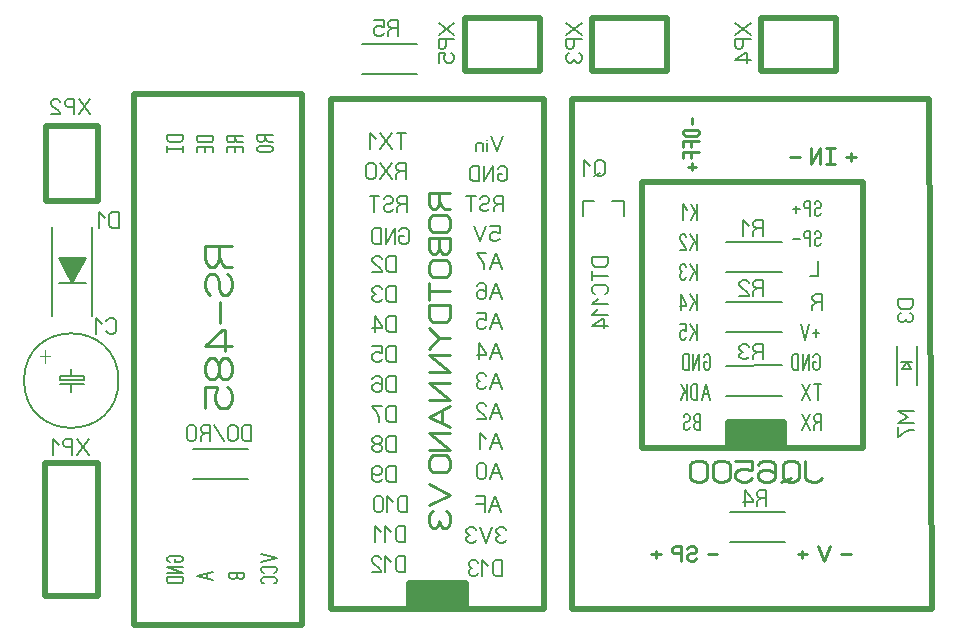
<source format=gbr>
%FSLAX34Y34*%
%MOMM*%
%LNSILK_BOTTOM*%
G71*
G01*
%ADD10C, 0.167*%
%ADD11C, 0.500*%
%ADD12C, 0.222*%
%ADD13C, 0.200*%
%ADD14C, 0.120*%
%ADD15C, 0.238*%
%ADD16C, 0.278*%
%ADD17C, 0.150*%
%LPD*%
G54D10*
X241434Y180122D02*
X228100Y180122D01*
X228100Y176789D01*
X228934Y175456D01*
X230601Y174789D01*
X232267Y174789D01*
X233934Y175456D01*
X234767Y176789D01*
X235601Y175456D01*
X237267Y174789D01*
X238934Y174789D01*
X240601Y175456D01*
X241434Y176789D01*
X241434Y180122D01*
G54D10*
X234767Y180122D02*
X234767Y176789D01*
G54D10*
X214980Y181019D02*
X201647Y177686D01*
X214980Y174352D01*
G54D10*
X209980Y179686D02*
X209980Y175686D01*
G54D10*
X182913Y191844D02*
X182913Y189178D01*
X187080Y189178D01*
X188747Y189844D01*
X189580Y191178D01*
X189580Y192511D01*
X188747Y193844D01*
X187080Y194511D01*
X178747Y194511D01*
X177080Y193844D01*
X176247Y192511D01*
X176247Y191178D01*
X177080Y189844D01*
X178747Y189178D01*
G54D10*
X189580Y185511D02*
X176247Y185511D01*
X189580Y180178D01*
X176247Y180178D01*
G54D10*
X189580Y176511D02*
X176247Y176511D01*
X176247Y173178D01*
X177080Y171844D01*
X178747Y171178D01*
X187080Y171178D01*
X188747Y171844D01*
X189580Y173178D01*
X189580Y176511D01*
G54D10*
X255620Y195811D02*
X268953Y192478D01*
X255620Y189145D01*
G54D10*
X266453Y180144D02*
X268120Y180811D01*
X268953Y182144D01*
X268953Y183477D01*
X268120Y184811D01*
X266453Y185477D01*
X258120Y185477D01*
X256453Y184811D01*
X255620Y183477D01*
X255620Y182144D01*
X256453Y180811D01*
X258120Y180144D01*
G54D10*
X266453Y171144D02*
X268120Y171810D01*
X268953Y173144D01*
X268953Y174477D01*
X268120Y175811D01*
X266453Y176477D01*
X258120Y176477D01*
X256453Y175811D01*
X255620Y174477D01*
X255620Y173144D01*
X256453Y171811D01*
X258120Y171144D01*
G54D10*
X259113Y547970D02*
X260779Y545970D01*
X262446Y545303D01*
X265779Y545303D01*
G54D10*
X265779Y550636D02*
X252446Y550636D01*
X252446Y547303D01*
X253279Y545970D01*
X254946Y545303D01*
X256613Y545303D01*
X258279Y545970D01*
X259113Y547303D01*
X259113Y550636D01*
G54D10*
X254946Y536303D02*
X263279Y536303D01*
X264946Y536970D01*
X265779Y538303D01*
X265779Y539636D01*
X264946Y540970D01*
X263279Y541636D01*
X254946Y541636D01*
X253279Y540970D01*
X252446Y539636D01*
X252446Y538303D01*
X253279Y536970D01*
X254946Y536303D01*
G54D10*
X233713Y547191D02*
X235379Y545191D01*
X237046Y544524D01*
X240379Y544524D01*
G54D10*
X240379Y549858D02*
X227046Y549858D01*
X227046Y546524D01*
X227879Y545191D01*
X229546Y544524D01*
X231213Y544524D01*
X232879Y545191D01*
X233713Y546524D01*
X233713Y549858D01*
G54D10*
X240379Y536191D02*
X240379Y540858D01*
X227046Y540858D01*
X227046Y536191D01*
G54D10*
X233713Y540858D02*
X233713Y536191D01*
G54D10*
X214979Y549858D02*
X201646Y549858D01*
X201646Y546524D01*
X202479Y545191D01*
X204146Y544524D01*
X212479Y544524D01*
X214146Y545191D01*
X214979Y546524D01*
X214979Y549858D01*
G54D10*
X214979Y536191D02*
X214979Y540858D01*
X201646Y540858D01*
X201646Y536191D01*
G54D10*
X208313Y540858D02*
X208313Y536191D01*
G54D10*
X189579Y550524D02*
X176246Y550524D01*
X176246Y547191D01*
X177079Y545858D01*
X178746Y545191D01*
X187079Y545191D01*
X188746Y545858D01*
X189579Y547191D01*
X189579Y550524D01*
G54D10*
X189579Y541524D02*
X189579Y536191D01*
G54D10*
X189579Y538858D02*
X176246Y538858D01*
G54D10*
X176246Y541524D02*
X176246Y536191D01*
G54D10*
X373869Y520182D02*
X370869Y518515D01*
X369869Y516849D01*
X369869Y513515D01*
G54D10*
X377869Y513515D02*
X377869Y526849D01*
X372869Y526849D01*
X370869Y526015D01*
X369869Y524349D01*
X369869Y522682D01*
X370869Y521015D01*
X372869Y520182D01*
X377869Y520182D01*
G54D10*
X366202Y526849D02*
X356202Y513515D01*
G54D10*
X366202Y513515D02*
X356202Y526849D01*
G54D10*
X344535Y524349D02*
X344535Y516015D01*
X345535Y514349D01*
X347535Y513515D01*
X349535Y513515D01*
X351535Y514349D01*
X352535Y516015D01*
X352535Y524349D01*
X351535Y526015D01*
X349535Y526849D01*
X347535Y526849D01*
X345535Y526015D01*
X344535Y524349D01*
G54D10*
X374155Y538915D02*
X374155Y552249D01*
G54D10*
X378155Y552249D02*
X370155Y552249D01*
G54D10*
X366488Y552249D02*
X356488Y538915D01*
G54D10*
X366488Y538915D02*
X356488Y552249D01*
G54D10*
X352821Y547249D02*
X347821Y552249D01*
X347821Y538915D01*
G54D10*
X377369Y181012D02*
X377369Y194345D01*
X372369Y194345D01*
X370369Y193512D01*
X369369Y191845D01*
X369369Y183512D01*
X370369Y181845D01*
X372369Y181012D01*
X377369Y181012D01*
G54D10*
X365702Y189345D02*
X360702Y194345D01*
X360702Y181012D01*
G54D10*
X349035Y181012D02*
X357035Y181012D01*
X357035Y181845D01*
X356035Y183512D01*
X350035Y188512D01*
X349035Y190178D01*
X349035Y191845D01*
X350035Y193512D01*
X352035Y194345D01*
X354035Y194345D01*
X356035Y193512D01*
X357035Y191845D01*
G54D10*
X374834Y492478D02*
X371834Y490812D01*
X370834Y489145D01*
X370834Y485812D01*
G54D10*
X378834Y485812D02*
X378834Y499145D01*
X373834Y499145D01*
X371834Y498312D01*
X370834Y496645D01*
X370834Y494978D01*
X371834Y493312D01*
X373834Y492478D01*
X378834Y492478D01*
G54D10*
X367167Y488312D02*
X366167Y486645D01*
X364167Y485812D01*
X362167Y485812D01*
X360167Y486645D01*
X359167Y488312D01*
X359167Y489978D01*
X360167Y491645D01*
X362167Y492478D01*
X364167Y492478D01*
X366167Y493312D01*
X367167Y494978D01*
X367167Y496645D01*
X366167Y498312D01*
X364167Y499145D01*
X362167Y499145D01*
X360167Y498312D01*
X359167Y496645D01*
G54D10*
X351500Y485812D02*
X351500Y499145D01*
G54D10*
X355500Y499145D02*
X347500Y499145D01*
G54D10*
X462698Y216121D02*
X461698Y217787D01*
X459698Y218621D01*
X457698Y218621D01*
X455698Y217787D01*
X454698Y216121D01*
X454698Y214454D01*
X455698Y212787D01*
X457698Y211954D01*
X455698Y211121D01*
X454698Y209454D01*
X454698Y207787D01*
X455698Y206121D01*
X457698Y205287D01*
X459698Y205287D01*
X461698Y206121D01*
X462698Y207787D01*
G54D10*
X451031Y218621D02*
X446031Y205287D01*
X441031Y218621D01*
G54D10*
X437364Y216121D02*
X436364Y217787D01*
X434364Y218621D01*
X432364Y218621D01*
X430364Y217787D01*
X429364Y216121D01*
X429364Y214454D01*
X430364Y212787D01*
X432364Y211954D01*
X430364Y211121D01*
X429364Y209454D01*
X429364Y207787D01*
X430364Y206121D01*
X432364Y205287D01*
X434364Y205287D01*
X436364Y206121D01*
X437364Y207787D01*
G54D10*
X458341Y231674D02*
X453341Y245008D01*
X448341Y231674D01*
G54D10*
X456341Y236674D02*
X450341Y236674D01*
G54D10*
X444674Y231674D02*
X444674Y245008D01*
X437674Y245008D01*
G54D10*
X444674Y238341D02*
X437674Y238341D01*
G54D10*
X459722Y259872D02*
X454722Y273206D01*
X449722Y259872D01*
G54D10*
X457722Y264872D02*
X451722Y264872D01*
G54D10*
X438055Y270706D02*
X438055Y262372D01*
X439055Y260706D01*
X441055Y259872D01*
X443055Y259872D01*
X445055Y260706D01*
X446055Y262372D01*
X446055Y270706D01*
X445055Y272372D01*
X443055Y273206D01*
X441055Y273206D01*
X439055Y272372D01*
X438055Y270706D01*
G54D10*
X459667Y285219D02*
X454667Y298552D01*
X449667Y285219D01*
G54D10*
X457667Y290219D02*
X451667Y290219D01*
G54D10*
X446000Y293552D02*
X441000Y298552D01*
X441000Y285219D01*
G54D10*
X459667Y310619D02*
X454667Y323952D01*
X449667Y310619D01*
G54D10*
X457667Y315619D02*
X451667Y315619D01*
G54D10*
X438000Y310619D02*
X446000Y310619D01*
X446000Y311452D01*
X445000Y313119D01*
X439000Y318119D01*
X438000Y319785D01*
X438000Y321452D01*
X439000Y323119D01*
X441000Y323952D01*
X443000Y323952D01*
X445000Y323119D01*
X446000Y321452D01*
G54D10*
X459667Y336019D02*
X454667Y349352D01*
X449667Y336019D01*
G54D10*
X457667Y341019D02*
X451667Y341019D01*
G54D10*
X446000Y346852D02*
X445000Y348519D01*
X443000Y349352D01*
X441000Y349352D01*
X439000Y348519D01*
X438000Y346852D01*
X438000Y345185D01*
X439000Y343519D01*
X441000Y342685D01*
X439000Y341852D01*
X438000Y340185D01*
X438000Y338519D01*
X439000Y336852D01*
X441000Y336019D01*
X443000Y336019D01*
X445000Y336852D01*
X446000Y338519D01*
G54D10*
X459668Y361419D02*
X454668Y374753D01*
X449668Y361419D01*
G54D10*
X457668Y366419D02*
X451668Y366419D01*
G54D10*
X440001Y361419D02*
X440001Y374753D01*
X446001Y366419D01*
X446001Y364753D01*
X438001Y364753D01*
G54D10*
X459667Y386819D02*
X454667Y400152D01*
X449667Y386819D01*
G54D10*
X457667Y391819D02*
X451667Y391819D01*
G54D10*
X438000Y400152D02*
X446000Y400152D01*
X446000Y394319D01*
X445000Y394319D01*
X443000Y395152D01*
X441000Y395152D01*
X439000Y394319D01*
X438000Y392652D01*
X438000Y389319D01*
X439000Y387652D01*
X441000Y386819D01*
X443000Y386819D01*
X445000Y387652D01*
X446000Y389319D01*
G54D10*
X459667Y412219D02*
X454667Y425552D01*
X449667Y412219D01*
G54D10*
X457667Y417219D02*
X451667Y417219D01*
G54D10*
X438000Y423052D02*
X439000Y424719D01*
X441000Y425552D01*
X443000Y425552D01*
X445000Y424719D01*
X446000Y423052D01*
X446000Y418885D01*
X446000Y418052D01*
X443000Y419719D01*
X441000Y419719D01*
X439000Y418885D01*
X438000Y417219D01*
X438000Y414719D01*
X439000Y413052D01*
X441000Y412219D01*
X443000Y412219D01*
X445000Y413052D01*
X446000Y414719D01*
X446000Y418885D01*
G54D10*
X459668Y437619D02*
X454668Y450952D01*
X449668Y437619D01*
G54D10*
X457668Y442619D02*
X451668Y442619D01*
G54D10*
X446001Y450952D02*
X438001Y450952D01*
X439001Y449285D01*
X441001Y446785D01*
X443001Y443452D01*
X444001Y440952D01*
X444001Y437619D01*
G54D10*
X449370Y474054D02*
X457370Y474054D01*
X457370Y468220D01*
X456370Y468220D01*
X454370Y469054D01*
X452370Y469054D01*
X450370Y468220D01*
X449370Y466554D01*
X449370Y463220D01*
X450370Y461554D01*
X452370Y460720D01*
X454370Y460720D01*
X456370Y461554D01*
X457370Y463220D01*
G54D10*
X445703Y474054D02*
X440703Y460720D01*
X435703Y474054D01*
G54D10*
X456527Y492788D02*
X453527Y491121D01*
X452527Y489455D01*
X452527Y486121D01*
G54D10*
X460527Y486121D02*
X460527Y499455D01*
X455527Y499455D01*
X453527Y498621D01*
X452527Y496955D01*
X452527Y495288D01*
X453527Y493621D01*
X455527Y492788D01*
X460527Y492788D01*
G54D10*
X448860Y488621D02*
X447860Y486955D01*
X445860Y486121D01*
X443860Y486121D01*
X441860Y486955D01*
X440860Y488621D01*
X440860Y490288D01*
X441860Y491955D01*
X443860Y492788D01*
X445860Y492788D01*
X447860Y493621D01*
X448860Y495288D01*
X448860Y496955D01*
X447860Y498621D01*
X445860Y499455D01*
X443860Y499455D01*
X441860Y498621D01*
X440860Y496955D01*
G54D10*
X433193Y486121D02*
X433193Y499455D01*
G54D10*
X437193Y499455D02*
X429193Y499455D01*
G54D10*
X459701Y518188D02*
X455701Y518188D01*
X455701Y514021D01*
X456701Y512355D01*
X458701Y511521D01*
X460701Y511521D01*
X462701Y512355D01*
X463701Y514021D01*
X463701Y522355D01*
X462701Y524021D01*
X460701Y524855D01*
X458701Y524855D01*
X456701Y524021D01*
X455701Y522355D01*
G54D10*
X452034Y511521D02*
X452034Y524855D01*
X444034Y511521D01*
X444034Y524855D01*
G54D10*
X440367Y511521D02*
X440367Y524855D01*
X435367Y524855D01*
X433367Y524021D01*
X432367Y522355D01*
X432367Y514021D01*
X433367Y512355D01*
X435367Y511521D01*
X440367Y511521D01*
G54D10*
X460526Y550255D02*
X455526Y536921D01*
X450526Y550255D01*
G54D10*
X446859Y536921D02*
X446859Y544421D01*
G54D10*
X446859Y546921D02*
X446859Y546921D01*
G54D10*
X443192Y536921D02*
X443192Y544421D01*
G54D10*
X443192Y542755D02*
X442192Y543921D01*
X440192Y544421D01*
X438192Y543921D01*
X437192Y542755D01*
X437192Y536921D01*
G54D10*
X377369Y206412D02*
X377369Y219745D01*
X372369Y219745D01*
X370369Y218912D01*
X369369Y217245D01*
X369369Y208912D01*
X370369Y207245D01*
X372369Y206412D01*
X377369Y206412D01*
G54D10*
X365702Y214745D02*
X360702Y219745D01*
X360702Y206412D01*
G54D10*
X357035Y214745D02*
X352035Y219745D01*
X352035Y206412D01*
G54D10*
X379121Y231812D02*
X379121Y245145D01*
X374121Y245145D01*
X372121Y244312D01*
X371121Y242645D01*
X371121Y234312D01*
X372121Y232645D01*
X374121Y231812D01*
X379121Y231812D01*
G54D10*
X367454Y240145D02*
X362454Y245145D01*
X362454Y231812D01*
G54D10*
X350787Y242645D02*
X350787Y234312D01*
X351787Y232645D01*
X353787Y231812D01*
X355787Y231812D01*
X357787Y232645D01*
X358787Y234312D01*
X358787Y242645D01*
X357787Y244312D01*
X355787Y245145D01*
X353787Y245145D01*
X351787Y244312D01*
X350787Y242645D01*
G54D10*
X369421Y257212D02*
X369421Y270545D01*
X364421Y270545D01*
X362421Y269712D01*
X361421Y268045D01*
X361421Y259712D01*
X362421Y258045D01*
X364421Y257212D01*
X369421Y257212D01*
G54D10*
X357754Y259712D02*
X356754Y258045D01*
X354754Y257212D01*
X352754Y257212D01*
X350754Y258045D01*
X349754Y259712D01*
X349754Y263878D01*
X349754Y264712D01*
X352754Y263045D01*
X354754Y263045D01*
X356754Y263878D01*
X357754Y265545D01*
X357754Y268045D01*
X356754Y269712D01*
X354754Y270545D01*
X352754Y270545D01*
X350754Y269712D01*
X349754Y268045D01*
X349754Y263878D01*
G54D10*
X369421Y282612D02*
X369421Y295946D01*
X364421Y295946D01*
X362421Y295112D01*
X361421Y293446D01*
X361421Y285112D01*
X362421Y283446D01*
X364421Y282612D01*
X369421Y282612D01*
G54D10*
X352754Y289279D02*
X354754Y289279D01*
X356754Y290112D01*
X357754Y291779D01*
X357754Y293446D01*
X356754Y295112D01*
X354754Y295946D01*
X352754Y295946D01*
X350754Y295112D01*
X349754Y293446D01*
X349754Y291779D01*
X350754Y290112D01*
X352754Y289279D01*
X350754Y288446D01*
X349754Y286779D01*
X349754Y285112D01*
X350754Y283446D01*
X352754Y282612D01*
X354754Y282612D01*
X356754Y283446D01*
X357754Y285112D01*
X357754Y286779D01*
X356754Y288446D01*
X354754Y289279D01*
G54D10*
X369316Y308012D02*
X369316Y321345D01*
X364316Y321345D01*
X362316Y320512D01*
X361316Y318845D01*
X361316Y310512D01*
X362316Y308845D01*
X364316Y308012D01*
X369316Y308012D01*
G54D10*
X357649Y321345D02*
X349649Y321345D01*
X350649Y319678D01*
X352649Y317178D01*
X354649Y313845D01*
X355649Y311345D01*
X355649Y308012D01*
G54D10*
X369421Y333412D02*
X369421Y346745D01*
X364421Y346745D01*
X362421Y345912D01*
X361421Y344245D01*
X361421Y335912D01*
X362421Y334245D01*
X364421Y333412D01*
X369421Y333412D01*
G54D10*
X349754Y344245D02*
X350754Y345912D01*
X352754Y346745D01*
X354754Y346745D01*
X356754Y345912D01*
X357754Y344245D01*
X357754Y340078D01*
X357754Y339245D01*
X354754Y340912D01*
X352754Y340912D01*
X350754Y340078D01*
X349754Y338412D01*
X349754Y335912D01*
X350754Y334245D01*
X352754Y333412D01*
X354754Y333412D01*
X356754Y334245D01*
X357754Y335912D01*
X357754Y340078D01*
G54D10*
X369421Y358812D02*
X369421Y372145D01*
X364421Y372145D01*
X362421Y371312D01*
X361421Y369645D01*
X361421Y361312D01*
X362421Y359645D01*
X364421Y358812D01*
X369421Y358812D01*
G54D10*
X349754Y372145D02*
X357754Y372145D01*
X357754Y366312D01*
X356754Y366312D01*
X354754Y367145D01*
X352754Y367145D01*
X350754Y366312D01*
X349754Y364645D01*
X349754Y361312D01*
X350754Y359645D01*
X352754Y358812D01*
X354754Y358812D01*
X356754Y359645D01*
X357754Y361312D01*
G54D10*
X369309Y384212D02*
X369309Y397545D01*
X364309Y397545D01*
X362309Y396712D01*
X361309Y395045D01*
X361309Y386712D01*
X362309Y385045D01*
X364309Y384212D01*
X369309Y384212D01*
G54D10*
X351642Y384212D02*
X351642Y397545D01*
X357642Y389212D01*
X357642Y387545D01*
X349642Y387545D01*
G54D10*
X369421Y409612D02*
X369421Y422945D01*
X364421Y422945D01*
X362421Y422112D01*
X361421Y420445D01*
X361421Y412112D01*
X362421Y410445D01*
X364421Y409612D01*
X369421Y409612D01*
G54D10*
X357754Y420445D02*
X356754Y422112D01*
X354754Y422945D01*
X352754Y422945D01*
X350754Y422112D01*
X349754Y420445D01*
X349754Y418778D01*
X350754Y417112D01*
X352754Y416278D01*
X350754Y415445D01*
X349754Y413778D01*
X349754Y412112D01*
X350754Y410445D01*
X352754Y409612D01*
X354754Y409612D01*
X356754Y410445D01*
X357754Y412112D01*
G54D10*
X369421Y435012D02*
X369421Y448345D01*
X364421Y448345D01*
X362421Y447512D01*
X361421Y445845D01*
X361421Y437512D01*
X362421Y435845D01*
X364421Y435012D01*
X369421Y435012D01*
G54D10*
X349754Y435012D02*
X357754Y435012D01*
X357754Y435845D01*
X356754Y437512D01*
X350754Y442512D01*
X349754Y444178D01*
X349754Y445845D01*
X350754Y447512D01*
X352754Y448345D01*
X354754Y448345D01*
X356754Y447512D01*
X357754Y445845D01*
G54D10*
X376496Y465528D02*
X372496Y465528D01*
X372496Y461362D01*
X373496Y459695D01*
X375496Y458862D01*
X377496Y458862D01*
X379496Y459695D01*
X380496Y461362D01*
X380496Y469695D01*
X379496Y471362D01*
X377496Y472195D01*
X375496Y472195D01*
X373496Y471362D01*
X372496Y469695D01*
G54D10*
X368829Y458862D02*
X368829Y472195D01*
X360829Y458862D01*
X360829Y472195D01*
G54D10*
X357162Y458862D02*
X357162Y472195D01*
X352162Y472195D01*
X350162Y471362D01*
X349162Y469695D01*
X349162Y461362D01*
X350162Y459695D01*
X352162Y458862D01*
X357162Y458862D01*
G54D10*
X459619Y177837D02*
X459619Y191170D01*
X454619Y191170D01*
X452619Y190337D01*
X451619Y188670D01*
X451619Y180337D01*
X452619Y178670D01*
X454619Y177837D01*
X459619Y177837D01*
G54D10*
X447952Y186170D02*
X442952Y191170D01*
X442952Y177837D01*
G54D10*
X439285Y188670D02*
X438285Y190337D01*
X436285Y191170D01*
X434285Y191170D01*
X432285Y190337D01*
X431285Y188670D01*
X431285Y187003D01*
X432285Y185337D01*
X434285Y184503D01*
X432285Y183670D01*
X431285Y182003D01*
X431285Y180337D01*
X432285Y178670D01*
X434285Y177837D01*
X436285Y177837D01*
X438285Y178670D01*
X439285Y180337D01*
G54D11*
X314325Y581025D02*
X495300Y581025D01*
X495300Y149225D01*
X314325Y149225D01*
X314325Y581025D01*
G36*
X381000Y171450D02*
X381000Y149225D01*
X428625Y149225D01*
X428625Y171450D01*
X381000Y171450D01*
G37*
G54D11*
X381000Y171450D02*
X381000Y149225D01*
X428625Y149225D01*
X428625Y171450D01*
X381000Y171450D01*
G54D12*
X406484Y495046D02*
X408706Y489712D01*
X410928Y487935D01*
X415373Y487935D01*
G54D12*
X415373Y502157D02*
X397595Y502157D01*
X397595Y493268D01*
X398706Y489712D01*
X400928Y487935D01*
X403150Y487935D01*
X405373Y489712D01*
X406484Y493268D01*
X406484Y502157D01*
G54D12*
X400928Y468824D02*
X412039Y468824D01*
X414262Y470601D01*
X415373Y474157D01*
X415373Y477712D01*
X414262Y481268D01*
X412039Y483046D01*
X400928Y483046D01*
X398706Y481268D01*
X397595Y477712D01*
X397595Y474157D01*
X398706Y470601D01*
X400928Y468824D01*
G54D12*
X415373Y463935D02*
X397595Y463935D01*
X397595Y455046D01*
X398706Y451490D01*
X400928Y449713D01*
X403150Y449713D01*
X405373Y451490D01*
X406484Y455046D01*
X407595Y451490D01*
X409817Y449713D01*
X412039Y449713D01*
X414262Y451490D01*
X415373Y455046D01*
X415373Y463935D01*
G54D12*
X406484Y463935D02*
X406484Y455046D01*
G54D12*
X400928Y430602D02*
X412039Y430602D01*
X414262Y432379D01*
X415373Y435935D01*
X415373Y439490D01*
X414262Y443046D01*
X412039Y444824D01*
X400928Y444824D01*
X398706Y443046D01*
X397595Y439490D01*
X397595Y435935D01*
X398706Y432379D01*
X400928Y430602D01*
G54D12*
X415373Y418602D02*
X397595Y418602D01*
G54D12*
X397595Y425713D02*
X397595Y411491D01*
G54D12*
X415373Y406602D02*
X397595Y406602D01*
X397595Y397713D01*
X398706Y394157D01*
X400928Y392380D01*
X412039Y392380D01*
X414262Y394157D01*
X415373Y397713D01*
X415373Y406602D01*
G54D12*
X397595Y387491D02*
X406484Y378602D01*
X415373Y378602D01*
G54D12*
X406484Y378602D02*
X397595Y369713D01*
G54D12*
X415373Y364824D02*
X397595Y364824D01*
X415373Y350602D01*
X397595Y350602D01*
G54D12*
X415373Y340468D02*
X397595Y340468D01*
X415373Y326246D01*
X397595Y326246D01*
G54D12*
X415373Y321357D02*
X397595Y312468D01*
X415373Y303579D01*
G54D12*
X408706Y317801D02*
X408706Y307135D01*
G54D12*
X415373Y298690D02*
X397595Y298690D01*
X415373Y284468D01*
X397595Y284468D01*
G54D12*
X400928Y265357D02*
X412039Y265357D01*
X414262Y267134D01*
X415373Y270690D01*
X415373Y274246D01*
X414262Y277801D01*
X412039Y279579D01*
X400928Y279579D01*
X398706Y277801D01*
X397595Y274246D01*
X397595Y270690D01*
X398706Y267134D01*
X400928Y265357D01*
G54D12*
X397595Y255223D02*
X415373Y246334D01*
X397595Y237445D01*
G54D12*
X400928Y232556D02*
X398706Y230778D01*
X397595Y227223D01*
X397595Y223667D01*
X398706Y220111D01*
X400928Y218334D01*
X403150Y218334D01*
X405373Y220111D01*
X406484Y223667D01*
X407595Y220111D01*
X409817Y218334D01*
X412039Y218334D01*
X414262Y220111D01*
X415373Y223667D01*
X415373Y227223D01*
X414262Y230778D01*
X412039Y232556D01*
G54D10*
X725704Y358459D02*
X723038Y358459D01*
X723038Y354292D01*
X723704Y352625D01*
X725038Y351792D01*
X726371Y351792D01*
X727704Y352625D01*
X728371Y354292D01*
X728371Y362625D01*
X727704Y364292D01*
X726371Y365125D01*
X725038Y365125D01*
X723704Y364292D01*
X723038Y362625D01*
G54D10*
X719371Y351792D02*
X719371Y365125D01*
X714038Y351792D01*
X714038Y365125D01*
G54D10*
X710371Y351792D02*
X710371Y365125D01*
X707038Y365125D01*
X705704Y364292D01*
X705038Y362625D01*
X705038Y354292D01*
X705704Y352625D01*
X707038Y351792D01*
X710371Y351792D01*
G54D10*
X729404Y484467D02*
X728737Y482800D01*
X727404Y481967D01*
X726071Y481967D01*
X724737Y482800D01*
X724071Y484467D01*
X724071Y486134D01*
X724737Y487800D01*
X726071Y488634D01*
X727404Y488634D01*
X728737Y489467D01*
X729404Y491134D01*
X729404Y492800D01*
X728737Y494467D01*
X727404Y495300D01*
X726071Y495300D01*
X724737Y494467D01*
X724071Y492800D01*
G54D10*
X720404Y481967D02*
X720404Y495300D01*
X717071Y495300D01*
X715737Y494467D01*
X715071Y492800D01*
X715071Y491134D01*
X715737Y489467D01*
X717071Y488634D01*
X720404Y488634D01*
G54D10*
X711404Y487800D02*
X706071Y487800D01*
G54D10*
X708737Y491134D02*
X708737Y484467D01*
G54D10*
X627484Y300992D02*
X627484Y314325D01*
X624151Y314325D01*
X622817Y313492D01*
X622151Y311825D01*
X622151Y310159D01*
X622817Y308492D01*
X624151Y307659D01*
X622817Y306825D01*
X622151Y305159D01*
X622151Y303492D01*
X622817Y301825D01*
X624151Y300992D01*
X627484Y300992D01*
G54D10*
X627484Y307659D02*
X624151Y307659D01*
G54D10*
X618484Y303492D02*
X617817Y301825D01*
X616484Y300992D01*
X615151Y300992D01*
X613817Y301825D01*
X613151Y303492D01*
X613151Y305159D01*
X613817Y306825D01*
X615151Y307659D01*
X616484Y307659D01*
X617817Y308492D01*
X618484Y310159D01*
X618484Y311825D01*
X617817Y313492D01*
X616484Y314325D01*
X615151Y314325D01*
X613817Y313492D01*
X613151Y311825D01*
G54D10*
X728269Y383025D02*
X722936Y383025D01*
G54D10*
X725602Y386359D02*
X725602Y379692D01*
G54D10*
X719269Y390525D02*
X715936Y377192D01*
X712602Y390525D01*
G54D10*
X727054Y444500D02*
X727054Y431167D01*
X720054Y431167D01*
G54D13*
X105461Y343433D02*
X105461Y346633D01*
X85461Y346633D01*
X85461Y343433D01*
X105461Y343433D01*
G54D13*
X105461Y340233D02*
X85461Y340233D01*
G54D13*
G75*
G01X134761Y342933D02*
G03X134761Y342933I-40000J0D01*
G01*
G54D13*
X94761Y339933D02*
X94761Y332933D01*
G54D13*
X94761Y346933D02*
X94761Y352933D01*
G54D14*
X72561Y368933D02*
X72561Y358233D01*
G54D14*
X76961Y363633D02*
X68061Y363633D01*
G54D11*
X117743Y495362D02*
X73293Y495362D01*
X73293Y558862D01*
X117743Y558862D01*
X117743Y495362D01*
G54D11*
X117391Y160400D02*
X72941Y160400D01*
X72941Y273112D01*
X117391Y273112D01*
X117391Y160400D01*
G54D10*
X109389Y293562D02*
X99389Y280228D01*
G54D10*
X109389Y280228D02*
X99389Y293562D01*
G54D10*
X95722Y280228D02*
X95722Y293562D01*
X90722Y293562D01*
X88722Y292728D01*
X87722Y291062D01*
X87722Y289395D01*
X88722Y287728D01*
X90722Y286895D01*
X95722Y286895D01*
G54D10*
X84055Y288562D02*
X79055Y293562D01*
X79055Y280228D01*
G54D10*
X110918Y581644D02*
X100918Y568311D01*
G54D10*
X110918Y568311D02*
X100918Y581644D01*
G54D10*
X97251Y568311D02*
X97251Y581644D01*
X92251Y581644D01*
X90251Y580811D01*
X89251Y579144D01*
X89251Y577478D01*
X90251Y575811D01*
X92251Y574978D01*
X97251Y574978D01*
G54D10*
X77584Y568311D02*
X85584Y568311D01*
X85584Y569144D01*
X84584Y570811D01*
X78584Y575811D01*
X77584Y577478D01*
X77584Y579144D01*
X78584Y580811D01*
X80584Y581644D01*
X82584Y581644D01*
X84584Y580811D01*
X85584Y579144D01*
G54D10*
X729404Y459067D02*
X728737Y457400D01*
X727404Y456567D01*
X726071Y456567D01*
X724737Y457400D01*
X724071Y459067D01*
X724071Y460734D01*
X724737Y462400D01*
X726071Y463234D01*
X727404Y463234D01*
X728737Y464067D01*
X729404Y465734D01*
X729404Y467400D01*
X728737Y469067D01*
X727404Y469900D01*
X726071Y469900D01*
X724737Y469067D01*
X724071Y467400D01*
G54D10*
X720404Y456567D02*
X720404Y469900D01*
X717071Y469900D01*
X715737Y469067D01*
X715071Y467400D01*
X715071Y465734D01*
X715737Y464067D01*
X717071Y463234D01*
X720404Y463234D01*
G54D10*
X711404Y462400D02*
X706071Y462400D01*
G54D10*
X726229Y409259D02*
X723229Y407592D01*
X722229Y405925D01*
X722229Y402592D01*
G54D10*
X730229Y402592D02*
X730229Y415925D01*
X725229Y415925D01*
X723229Y415092D01*
X722229Y413425D01*
X722229Y411759D01*
X723229Y410092D01*
X725229Y409259D01*
X730229Y409259D01*
G54D10*
X726694Y326394D02*
X726694Y339727D01*
G54D10*
X729361Y339727D02*
X724028Y339727D01*
G54D10*
X720361Y339727D02*
X713694Y326394D01*
G54D10*
X720361Y326394D02*
X713694Y339727D01*
G54D10*
X726694Y307661D02*
X724694Y305994D01*
X724028Y304327D01*
X724028Y300994D01*
G54D10*
X729361Y300994D02*
X729361Y314327D01*
X726028Y314327D01*
X724694Y313494D01*
X724028Y311827D01*
X724028Y310161D01*
X724694Y308494D01*
X726028Y307661D01*
X729361Y307661D01*
G54D10*
X720361Y314327D02*
X713694Y300994D01*
G54D10*
X720361Y300994D02*
X713694Y314327D01*
G54D10*
X635306Y326392D02*
X631973Y339725D01*
X628639Y326392D01*
G54D10*
X633973Y331392D02*
X629973Y331392D01*
G54D10*
X624972Y326392D02*
X624972Y339725D01*
X621639Y339725D01*
X620305Y338892D01*
X619639Y337225D01*
X619639Y328892D01*
X620305Y327225D01*
X621639Y326392D01*
X624972Y326392D01*
G54D10*
X615972Y326392D02*
X615972Y339725D01*
G54D10*
X615972Y330559D02*
X610639Y339725D01*
G54D10*
X613972Y333059D02*
X610639Y326392D01*
G54D10*
X624309Y377192D02*
X624309Y390525D01*
G54D10*
X624309Y381359D02*
X618976Y390525D01*
G54D10*
X622309Y383859D02*
X618976Y377192D01*
G54D10*
X609976Y390525D02*
X615309Y390525D01*
X615309Y384692D01*
X614642Y384692D01*
X613309Y385525D01*
X611976Y385525D01*
X610642Y384692D01*
X609976Y383025D01*
X609976Y379692D01*
X610642Y378025D01*
X611976Y377192D01*
X613309Y377192D01*
X614642Y378025D01*
X615309Y379692D01*
G54D10*
X624309Y402592D02*
X624309Y415925D01*
G54D10*
X624309Y406759D02*
X618976Y415925D01*
G54D10*
X622309Y409259D02*
X618976Y402592D01*
G54D10*
X611309Y402592D02*
X611309Y415925D01*
X615309Y407592D01*
X615309Y405925D01*
X609976Y405925D01*
G54D10*
X624309Y427992D02*
X624309Y441325D01*
G54D10*
X624309Y432159D02*
X618976Y441325D01*
G54D10*
X622309Y434659D02*
X618976Y427992D01*
G54D10*
X615309Y438825D02*
X614642Y440492D01*
X613309Y441325D01*
X611976Y441325D01*
X610642Y440492D01*
X609976Y438825D01*
X609976Y437159D01*
X610642Y435492D01*
X611976Y434659D01*
X610642Y433825D01*
X609976Y432159D01*
X609976Y430492D01*
X610642Y428825D01*
X611976Y427992D01*
X613309Y427992D01*
X614642Y428825D01*
X615309Y430492D01*
G54D10*
X624309Y453392D02*
X624309Y466725D01*
G54D10*
X624309Y457559D02*
X618976Y466725D01*
G54D10*
X622309Y460059D02*
X618976Y453392D01*
G54D10*
X609976Y453392D02*
X615309Y453392D01*
X615309Y454225D01*
X614642Y455892D01*
X610642Y460892D01*
X609976Y462559D01*
X609976Y464225D01*
X610642Y465892D01*
X611976Y466725D01*
X613309Y466725D01*
X614642Y465892D01*
X615309Y464225D01*
G54D10*
X624809Y478786D02*
X624809Y492120D01*
G54D10*
X624809Y482953D02*
X619476Y492120D01*
G54D10*
X622809Y485453D02*
X619476Y478786D01*
G54D10*
X615809Y487120D02*
X612476Y492120D01*
X612476Y478786D01*
G54D10*
X633008Y358459D02*
X630342Y358459D01*
X630342Y354292D01*
X631008Y352625D01*
X632342Y351792D01*
X633675Y351792D01*
X635008Y352625D01*
X635675Y354292D01*
X635675Y362625D01*
X635008Y364292D01*
X633675Y365125D01*
X632342Y365125D01*
X631008Y364292D01*
X630342Y362625D01*
G54D10*
X626675Y351792D02*
X626675Y365125D01*
X621342Y351792D01*
X621342Y365125D01*
G54D10*
X617675Y351792D02*
X617675Y365125D01*
X614342Y365125D01*
X613008Y364292D01*
X612342Y362625D01*
X612342Y354292D01*
X613008Y352625D01*
X614342Y351792D01*
X617675Y351792D01*
G54D11*
X577850Y511175D02*
X765175Y511175D01*
X765175Y285750D01*
X577850Y285750D01*
X577850Y511175D01*
G36*
X650875Y285750D02*
X650875Y307975D01*
X698500Y307975D01*
X698500Y285750D01*
X650875Y285750D01*
G37*
G54D11*
X650875Y285750D02*
X650875Y307975D01*
X698500Y307975D01*
X698500Y285750D01*
X650875Y285750D01*
G54D11*
X519112Y581025D02*
X820738Y581025D01*
X823912Y149225D01*
X519112Y149225D01*
X519112Y581025D01*
G54D15*
X754768Y195700D02*
X746768Y195700D01*
G54D15*
X737234Y203200D02*
X732234Y189867D01*
X727234Y203200D01*
G54D15*
X717700Y195700D02*
X709700Y195700D01*
G54D15*
X713700Y199034D02*
X713700Y192367D01*
G54D15*
X641610Y195700D02*
X633610Y195700D01*
G54D15*
X624076Y192367D02*
X623076Y190700D01*
X621076Y189867D01*
X619076Y189867D01*
X617076Y190700D01*
X616076Y192367D01*
X616076Y194034D01*
X617076Y195700D01*
X619076Y196534D01*
X621076Y196534D01*
X623076Y197367D01*
X624076Y199034D01*
X624076Y200700D01*
X623076Y202367D01*
X621076Y203200D01*
X619076Y203200D01*
X617076Y202367D01*
X616076Y200700D01*
G54D15*
X611409Y189867D02*
X611409Y203200D01*
X606409Y203200D01*
X604409Y202367D01*
X603409Y200700D01*
X603409Y199034D01*
X604409Y197367D01*
X606409Y196534D01*
X611409Y196534D01*
G54D15*
X593875Y195700D02*
X585875Y195700D01*
G54D15*
X589875Y199034D02*
X589875Y192367D01*
G54D15*
X759085Y532250D02*
X751085Y532250D01*
G54D15*
X755085Y535584D02*
X755085Y528917D01*
G54D15*
X741551Y526417D02*
X733551Y526417D01*
G54D15*
X737551Y526417D02*
X737551Y539750D01*
G54D15*
X741551Y539750D02*
X733551Y539750D01*
G54D15*
X728884Y526417D02*
X728884Y539750D01*
X720884Y526417D01*
X720884Y539750D01*
G54D15*
X711350Y532250D02*
X703350Y532250D01*
G54D15*
X620153Y565505D02*
X620153Y560172D01*
G54D15*
X615153Y550172D02*
X623486Y550172D01*
X625153Y550838D01*
X625986Y552172D01*
X625986Y553505D01*
X625153Y554838D01*
X623486Y555505D01*
X615153Y555505D01*
X613486Y554838D01*
X612653Y553505D01*
X612653Y552172D01*
X613486Y550838D01*
X615153Y550172D01*
G54D15*
X625986Y545505D02*
X612653Y545505D01*
X612653Y540838D01*
G54D15*
X619320Y545505D02*
X619320Y540838D01*
G54D15*
X625986Y536171D02*
X612653Y536171D01*
X612653Y531504D01*
G54D15*
X619320Y536171D02*
X619320Y531504D01*
G54D15*
X620153Y526837D02*
X620153Y521504D01*
G54D15*
X616820Y524170D02*
X623486Y524170D01*
G54D10*
X124586Y385202D02*
X125586Y383535D01*
X127586Y382702D01*
X129586Y382702D01*
X131586Y383535D01*
X132586Y385202D01*
X132586Y393535D01*
X131586Y395202D01*
X129586Y396035D01*
X127586Y396035D01*
X125586Y395202D01*
X124586Y393535D01*
G54D10*
X120919Y391035D02*
X115919Y396035D01*
X115919Y382702D01*
G54D13*
X527727Y481862D02*
X527727Y494562D01*
X537302Y494562D01*
G54D13*
X562569Y481862D02*
X562569Y494562D01*
X552994Y494562D01*
G54D10*
X542258Y518555D02*
X537258Y516055D01*
G54D10*
X538258Y526888D02*
X538258Y518555D01*
X539258Y516888D01*
X541258Y516055D01*
X543258Y516055D01*
X545258Y516888D01*
X546258Y518555D01*
X546258Y526888D01*
X545258Y528555D01*
X543258Y529388D01*
X541258Y529388D01*
X539258Y528555D01*
X538258Y526888D01*
G54D10*
X533591Y524388D02*
X528591Y529388D01*
X528591Y516055D01*
G54D10*
X548991Y447432D02*
X535658Y447432D01*
X535658Y442432D01*
X536491Y440432D01*
X538158Y439432D01*
X546491Y439432D01*
X548158Y440432D01*
X548991Y442432D01*
X548991Y447432D01*
G54D10*
X548991Y431765D02*
X535658Y431765D01*
G54D10*
X535658Y435765D02*
X535658Y427765D01*
G54D10*
X546491Y416098D02*
X548158Y417098D01*
X548991Y419098D01*
X548991Y421098D01*
X548158Y423098D01*
X546491Y424098D01*
X538158Y424098D01*
X536491Y423098D01*
X535658Y421098D01*
X535658Y419098D01*
X536491Y417098D01*
X538158Y416098D01*
G54D10*
X540658Y412431D02*
X535658Y407431D01*
X548991Y407431D01*
G54D10*
X540658Y403764D02*
X535658Y398764D01*
X548991Y398764D01*
G54D10*
X548991Y389097D02*
X535658Y389097D01*
X543991Y395097D01*
X545658Y395097D01*
X545658Y387097D01*
G54D11*
X290512Y136225D02*
X147638Y136225D01*
X147638Y585488D01*
X290512Y585488D01*
X290512Y136225D01*
G54D16*
X219449Y448315D02*
X222227Y441649D01*
X225005Y439426D01*
X230560Y439426D01*
G54D16*
X230560Y457204D02*
X208338Y457204D01*
X208338Y446093D01*
X209727Y441649D01*
X212505Y439426D01*
X215283Y439426D01*
X218060Y441649D01*
X219449Y446093D01*
X219449Y457204D01*
G54D16*
X226394Y433315D02*
X229171Y431093D01*
X230560Y426649D01*
X230560Y422204D01*
X229171Y417760D01*
X226394Y415537D01*
X223616Y415537D01*
X220838Y417760D01*
X219449Y422204D01*
X219449Y426649D01*
X218060Y431093D01*
X215283Y433315D01*
X212505Y433315D01*
X209727Y431093D01*
X208338Y426649D01*
X208338Y422204D01*
X209727Y417760D01*
X212505Y415537D01*
G54D16*
X220838Y409426D02*
X220838Y391648D01*
G54D16*
X230560Y372204D02*
X208338Y372204D01*
X222227Y385537D01*
X225005Y385537D01*
X225005Y367759D01*
G54D16*
X219449Y350537D02*
X219449Y354982D01*
X218060Y359426D01*
X215282Y361648D01*
X212505Y361648D01*
X209727Y359426D01*
X208338Y354982D01*
X208338Y350537D01*
X209727Y346093D01*
X212505Y343870D01*
X215282Y343870D01*
X218060Y346093D01*
X219449Y350537D01*
X220838Y346093D01*
X223616Y343870D01*
X226394Y343870D01*
X229171Y346093D01*
X230560Y350537D01*
X230560Y354982D01*
X229171Y359426D01*
X226394Y361648D01*
X223616Y361648D01*
X220838Y359426D01*
X219449Y354982D01*
G54D16*
X208338Y319981D02*
X208338Y337759D01*
X218060Y337759D01*
X218060Y335537D01*
X216671Y331093D01*
X216671Y326648D01*
X218060Y322204D01*
X220838Y319981D01*
X226394Y319981D01*
X229171Y322204D01*
X230560Y326648D01*
X230560Y331093D01*
X229171Y335537D01*
X226394Y337759D01*
G54D13*
X793613Y339247D02*
X793613Y372585D01*
G54D13*
X805916Y352344D02*
X797978Y352344D01*
X801947Y358694D01*
X805916Y352344D01*
G54D13*
X806313Y359091D02*
X797581Y359091D01*
G54D13*
X810678Y339247D02*
X810678Y372585D01*
G54D10*
X807774Y411938D02*
X794440Y411938D01*
X794440Y406938D01*
X795274Y404938D01*
X796940Y403938D01*
X805274Y403938D01*
X806940Y404938D01*
X807774Y406938D01*
X807774Y411938D01*
G54D10*
X796940Y400271D02*
X795274Y399271D01*
X794440Y397271D01*
X794440Y395271D01*
X795274Y393271D01*
X796940Y392271D01*
X798607Y392271D01*
X800274Y393271D01*
X801107Y395271D01*
X801940Y393271D01*
X803607Y392271D01*
X805274Y392271D01*
X806940Y393271D01*
X807774Y395271D01*
X807774Y397271D01*
X806940Y399271D01*
X805274Y400271D01*
G54D10*
X808347Y316895D02*
X795014Y316895D01*
X803347Y311895D01*
X795014Y306895D01*
X808347Y306895D01*
G54D10*
X795014Y303228D02*
X795014Y295228D01*
X796681Y296228D01*
X799181Y298228D01*
X802514Y300228D01*
X805014Y301228D01*
X808347Y301228D01*
G54D17*
X649461Y409512D02*
X696286Y409762D01*
G54D17*
X649461Y384112D02*
X696286Y384112D01*
G54D10*
X676100Y421454D02*
X673100Y419788D01*
X672100Y418121D01*
X672100Y414788D01*
G54D10*
X680100Y414788D02*
X680100Y428121D01*
X675100Y428121D01*
X673100Y427288D01*
X672100Y425621D01*
X672100Y423954D01*
X673100Y422288D01*
X675100Y421454D01*
X680100Y421454D01*
G54D10*
X660433Y414788D02*
X668433Y414788D01*
X668433Y415621D01*
X667433Y417288D01*
X661433Y422288D01*
X660433Y423954D01*
X660433Y425621D01*
X661433Y427288D01*
X663433Y428121D01*
X665433Y428121D01*
X667433Y427288D01*
X668433Y425621D01*
G54D12*
X716228Y275078D02*
X716228Y260633D01*
X718006Y258411D01*
X721561Y257300D01*
X725117Y257300D01*
X728672Y258411D01*
X730450Y260633D01*
G54D12*
X704228Y260633D02*
X695339Y257300D01*
G54D12*
X697117Y271744D02*
X697117Y260633D01*
X698895Y258411D01*
X702450Y257300D01*
X706006Y257300D01*
X709561Y258411D01*
X711339Y260633D01*
X711339Y271744D01*
X709561Y273967D01*
X706006Y275078D01*
X702450Y275078D01*
X698895Y273967D01*
X697117Y271744D01*
G54D12*
X676228Y271744D02*
X678006Y273967D01*
X681561Y275078D01*
X685117Y275078D01*
X688672Y273967D01*
X690450Y271744D01*
X690450Y266189D01*
X690450Y265078D01*
X685117Y267300D01*
X681561Y267300D01*
X678006Y266189D01*
X676228Y263967D01*
X676228Y260633D01*
X678006Y258411D01*
X681561Y257300D01*
X685117Y257300D01*
X688672Y258411D01*
X690450Y260633D01*
X690450Y266189D01*
G54D12*
X657117Y275078D02*
X671339Y275078D01*
X671339Y267300D01*
X669561Y267300D01*
X666006Y268411D01*
X662450Y268411D01*
X658895Y267300D01*
X657117Y265078D01*
X657117Y260633D01*
X658895Y258411D01*
X662450Y257300D01*
X666006Y257300D01*
X669561Y258411D01*
X671339Y260633D01*
G54D12*
X638006Y271744D02*
X638006Y260633D01*
X639784Y258411D01*
X643339Y257300D01*
X646895Y257300D01*
X650450Y258411D01*
X652228Y260633D01*
X652228Y271744D01*
X650450Y273967D01*
X646895Y275078D01*
X643339Y275078D01*
X639784Y273967D01*
X638006Y271744D01*
G54D12*
X618895Y271744D02*
X618895Y260633D01*
X620673Y258411D01*
X624228Y257300D01*
X627784Y257300D01*
X631339Y258411D01*
X633117Y260633D01*
X633117Y271744D01*
X631339Y273967D01*
X627784Y275078D01*
X624228Y275078D01*
X620673Y273967D01*
X618895Y271744D01*
G54D17*
X649461Y460312D02*
X696286Y460562D01*
G54D17*
X649461Y434912D02*
X696286Y434912D01*
G54D10*
X676100Y472254D02*
X673100Y470588D01*
X672100Y468921D01*
X672100Y465588D01*
G54D10*
X680100Y465588D02*
X680100Y478921D01*
X675100Y478921D01*
X673100Y478088D01*
X672100Y476421D01*
X672100Y474754D01*
X673100Y473088D01*
X675100Y472254D01*
X680100Y472254D01*
G54D10*
X668433Y473921D02*
X663433Y478921D01*
X663433Y465588D01*
G54D17*
X649461Y355537D02*
X696286Y355787D01*
G54D17*
X649461Y330137D02*
X696286Y330137D01*
G54D10*
X676100Y367479D02*
X673100Y365812D01*
X672100Y364146D01*
X672100Y360812D01*
G54D10*
X680100Y360812D02*
X680100Y374146D01*
X675100Y374146D01*
X673100Y373312D01*
X672100Y371646D01*
X672100Y369979D01*
X673100Y368312D01*
X675100Y367479D01*
X680100Y367479D01*
G54D10*
X668433Y371646D02*
X667433Y373312D01*
X665433Y374146D01*
X663433Y374146D01*
X661433Y373312D01*
X660433Y371646D01*
X660433Y369979D01*
X661433Y368312D01*
X663433Y367479D01*
X661433Y366646D01*
X660433Y364979D01*
X660433Y363312D01*
X661433Y361646D01*
X663433Y360812D01*
X665433Y360812D01*
X667433Y361646D01*
X668433Y363312D01*
G54D17*
X652636Y231712D02*
X699461Y231962D01*
G54D17*
X652636Y206312D02*
X699461Y206312D01*
G54D10*
X679275Y243654D02*
X676275Y241988D01*
X675275Y240321D01*
X675275Y236988D01*
G54D10*
X683275Y236988D02*
X683275Y250321D01*
X678275Y250321D01*
X676275Y249488D01*
X675275Y247821D01*
X675275Y246154D01*
X676275Y244488D01*
X678275Y243654D01*
X683275Y243654D01*
G54D10*
X665608Y236988D02*
X665608Y250321D01*
X671608Y241988D01*
X671608Y240321D01*
X663608Y240321D01*
G54D11*
X535963Y605231D02*
X535963Y649681D01*
X599463Y649681D01*
X599463Y605231D01*
X535963Y605231D01*
G54D10*
X513662Y645458D02*
X526996Y635458D01*
G54D10*
X526996Y645458D02*
X513662Y635458D01*
G54D10*
X526996Y631791D02*
X513662Y631791D01*
X513662Y626791D01*
X514496Y624791D01*
X516162Y623791D01*
X517829Y623791D01*
X519496Y624791D01*
X520329Y626791D01*
X520329Y631791D01*
G54D10*
X516162Y620124D02*
X514496Y619124D01*
X513662Y617124D01*
X513662Y615124D01*
X514496Y613124D01*
X516162Y612124D01*
X517829Y612124D01*
X519496Y613124D01*
X520329Y615124D01*
X521162Y613124D01*
X522829Y612124D01*
X524496Y612124D01*
X526162Y613124D01*
X526996Y615124D01*
X526996Y617124D01*
X526162Y619124D01*
X524496Y620124D01*
G54D11*
X678838Y605231D02*
X678838Y649681D01*
X742338Y649681D01*
X742338Y605231D01*
X678838Y605231D01*
G54D10*
X656537Y645458D02*
X669871Y635458D01*
G54D10*
X669871Y645458D02*
X656537Y635458D01*
G54D10*
X669871Y631791D02*
X656537Y631791D01*
X656537Y626791D01*
X657371Y624791D01*
X659037Y623791D01*
X660704Y623791D01*
X662371Y624791D01*
X663204Y626791D01*
X663204Y631791D01*
G54D10*
X669871Y614124D02*
X656537Y614124D01*
X664871Y620124D01*
X666537Y620124D01*
X666537Y612124D01*
G54D17*
X244554Y259815D02*
X197729Y259565D01*
G54D17*
X244554Y285215D02*
X197729Y285215D01*
G54D10*
X247197Y291704D02*
X247197Y305037D01*
X242197Y305037D01*
X240197Y304204D01*
X239197Y302537D01*
X239197Y294204D01*
X240197Y292537D01*
X242197Y291704D01*
X247197Y291704D01*
G54D10*
X227530Y302537D02*
X227530Y294204D01*
X228530Y292537D01*
X230530Y291704D01*
X232530Y291704D01*
X234530Y292537D01*
X235530Y294204D01*
X235530Y302537D01*
X234530Y304204D01*
X232530Y305037D01*
X230530Y305037D01*
X228530Y304204D01*
X227530Y302537D01*
G54D10*
X223863Y291704D02*
X215863Y305037D01*
G54D10*
X208196Y298370D02*
X205196Y296704D01*
X204196Y295037D01*
X204196Y291704D01*
G54D10*
X212196Y291704D02*
X212196Y305037D01*
X207196Y305037D01*
X205196Y304204D01*
X204196Y302537D01*
X204196Y300870D01*
X205196Y299204D01*
X207196Y298370D01*
X212196Y298370D01*
G54D10*
X192529Y302537D02*
X192529Y294204D01*
X193529Y292537D01*
X195529Y291704D01*
X197529Y291704D01*
X199529Y292537D01*
X200529Y294204D01*
X200529Y302537D01*
X199529Y304204D01*
X197529Y305037D01*
X195529Y305037D01*
X193529Y304204D01*
X192529Y302537D01*
G54D17*
X112073Y397638D02*
X112073Y473038D01*
G36*
X84138Y446881D02*
X107157Y446881D01*
X95647Y425847D01*
X84138Y446881D01*
G37*
G54D13*
X84138Y446881D02*
X107157Y446881D01*
X95647Y425847D01*
X84138Y446881D01*
G54D13*
X84138Y425450D02*
X107157Y425450D01*
G54D17*
X78736Y397638D02*
X78736Y473038D01*
G54D10*
X134780Y472195D02*
X134780Y485528D01*
X129780Y485528D01*
X127780Y484695D01*
X126780Y483028D01*
X126780Y474695D01*
X127780Y473028D01*
X129780Y472195D01*
X134780Y472195D01*
G54D10*
X123112Y480528D02*
X118112Y485528D01*
X118112Y472195D01*
G54D11*
X428013Y605231D02*
X428013Y649681D01*
X491513Y649681D01*
X491513Y605231D01*
X428013Y605231D01*
G54D10*
X405712Y645458D02*
X419046Y635458D01*
G54D10*
X419046Y645458D02*
X405712Y635458D01*
G54D10*
X419046Y631791D02*
X405712Y631791D01*
X405712Y626791D01*
X406546Y624791D01*
X408212Y623791D01*
X409879Y623791D01*
X411546Y624791D01*
X412379Y626791D01*
X412379Y631791D01*
G54D10*
X405712Y612124D02*
X405712Y620124D01*
X411546Y620124D01*
X411546Y619124D01*
X410712Y617124D01*
X410712Y615124D01*
X411546Y613124D01*
X413212Y612124D01*
X416546Y612124D01*
X418212Y613124D01*
X419046Y615124D01*
X419046Y617124D01*
X418212Y619124D01*
X416546Y620124D01*
G54D17*
X387429Y602715D02*
X340604Y602465D01*
G54D17*
X387429Y628115D02*
X340604Y628115D01*
G54D10*
X367022Y641270D02*
X364022Y639604D01*
X363022Y637937D01*
X363022Y634604D01*
G54D10*
X371022Y634604D02*
X371022Y647937D01*
X366022Y647937D01*
X364022Y647104D01*
X363022Y645437D01*
X363022Y643770D01*
X364022Y642104D01*
X366022Y641270D01*
X371022Y641270D01*
G54D10*
X351355Y647937D02*
X359355Y647937D01*
X359355Y642104D01*
X358355Y642104D01*
X356355Y642937D01*
X354355Y642937D01*
X352355Y642104D01*
X351355Y640437D01*
X351355Y637104D01*
X352355Y635437D01*
X354355Y634604D01*
X356355Y634604D01*
X358355Y635437D01*
X359355Y637104D01*
M02*

</source>
